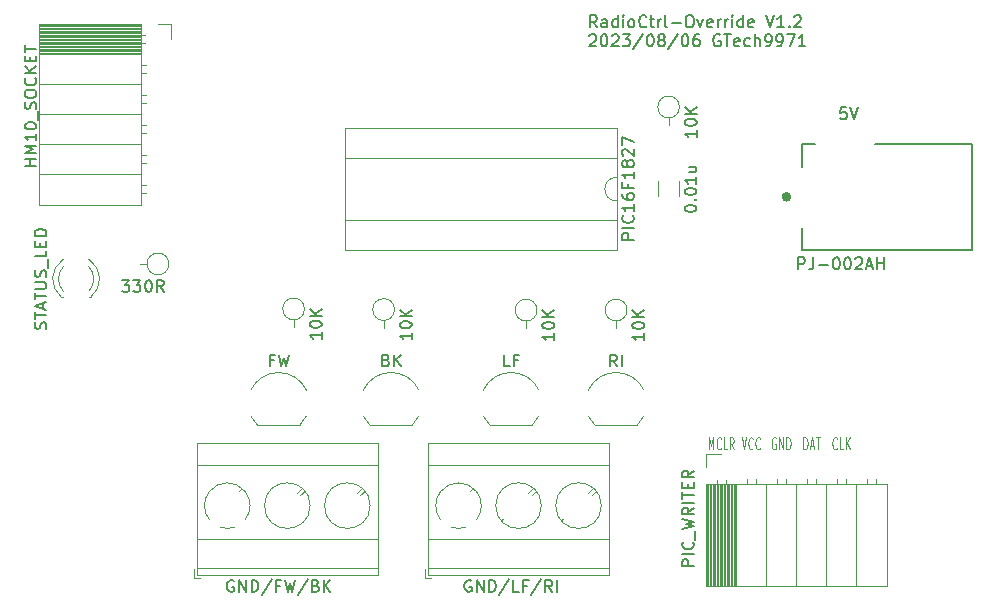
<source format=gto>
G04 #@! TF.GenerationSoftware,KiCad,Pcbnew,(6.0.11-0)*
G04 #@! TF.CreationDate,2023-08-06T14:05:06+09:00*
G04 #@! TF.ProjectId,RadioCtrl-Override,52616469-6f43-4747-926c-2d4f76657272,rev?*
G04 #@! TF.SameCoordinates,PX7bfa480PY7bfa480*
G04 #@! TF.FileFunction,Legend,Top*
G04 #@! TF.FilePolarity,Positive*
%FSLAX46Y46*%
G04 Gerber Fmt 4.6, Leading zero omitted, Abs format (unit mm)*
G04 Created by KiCad (PCBNEW (6.0.11-0)) date 2023-08-06 14:05:06*
%MOMM*%
%LPD*%
G01*
G04 APERTURE LIST*
%ADD10C,0.150000*%
%ADD11C,0.125000*%
%ADD12C,0.120000*%
%ADD13C,0.127000*%
%ADD14C,0.400000*%
G04 APERTURE END LIST*
D10*
X70294514Y41822645D02*
X69818302Y41822645D01*
X69770680Y41346432D01*
X69818302Y41394054D01*
X69913544Y41441675D01*
X70151651Y41441675D01*
X70246893Y41394054D01*
X70294514Y41346432D01*
X70342136Y41251190D01*
X70342136Y41013083D01*
X70294514Y40917841D01*
X70246893Y40870220D01*
X70151651Y40822598D01*
X69913544Y40822598D01*
X69818302Y40870220D01*
X69770680Y40917841D01*
X70627863Y41822645D02*
X70961212Y40822598D01*
X71294561Y41822645D01*
D11*
X69492857Y12977858D02*
X69464285Y12930239D01*
X69378571Y12882620D01*
X69321428Y12882620D01*
X69235714Y12930239D01*
X69178571Y13025477D01*
X69150000Y13120715D01*
X69121428Y13311191D01*
X69121428Y13454048D01*
X69150000Y13644524D01*
X69178571Y13739762D01*
X69235714Y13835000D01*
X69321428Y13882620D01*
X69378571Y13882620D01*
X69464285Y13835000D01*
X69492857Y13787381D01*
X70035714Y12882620D02*
X69750000Y12882620D01*
X69750000Y13882620D01*
X70235714Y12882620D02*
X70235714Y13882620D01*
X70578571Y12882620D02*
X70321428Y13454048D01*
X70578571Y13882620D02*
X70235714Y13311191D01*
X66667142Y12882620D02*
X66667142Y13882620D01*
X66810000Y13882620D01*
X66895714Y13835000D01*
X66952857Y13739762D01*
X66981428Y13644524D01*
X67010000Y13454048D01*
X67010000Y13311191D01*
X66981428Y13120715D01*
X66952857Y13025477D01*
X66895714Y12930239D01*
X66810000Y12882620D01*
X66667142Y12882620D01*
X67238571Y13168334D02*
X67524285Y13168334D01*
X67181428Y12882620D02*
X67381428Y13882620D01*
X67581428Y12882620D01*
X67695714Y13882620D02*
X68038571Y13882620D01*
X67867142Y12882620D02*
X67867142Y13882620D01*
X64312857Y13835000D02*
X64255714Y13882620D01*
X64170000Y13882620D01*
X64084285Y13835000D01*
X64027142Y13739762D01*
X63998571Y13644524D01*
X63970000Y13454048D01*
X63970000Y13311191D01*
X63998571Y13120715D01*
X64027142Y13025477D01*
X64084285Y12930239D01*
X64170000Y12882620D01*
X64227142Y12882620D01*
X64312857Y12930239D01*
X64341428Y12977858D01*
X64341428Y13311191D01*
X64227142Y13311191D01*
X64598571Y12882620D02*
X64598571Y13882620D01*
X64941428Y12882620D01*
X64941428Y13882620D01*
X65227142Y12882620D02*
X65227142Y13882620D01*
X65370000Y13882620D01*
X65455714Y13835000D01*
X65512857Y13739762D01*
X65541428Y13644524D01*
X65570000Y13454048D01*
X65570000Y13311191D01*
X65541428Y13120715D01*
X65512857Y13025477D01*
X65455714Y12930239D01*
X65370000Y12882620D01*
X65227142Y12882620D01*
X58647142Y12882620D02*
X58647142Y13882620D01*
X58847142Y13168334D01*
X59047142Y13882620D01*
X59047142Y12882620D01*
X59675714Y12977858D02*
X59647142Y12930239D01*
X59561428Y12882620D01*
X59504285Y12882620D01*
X59418571Y12930239D01*
X59361428Y13025477D01*
X59332857Y13120715D01*
X59304285Y13311191D01*
X59304285Y13454048D01*
X59332857Y13644524D01*
X59361428Y13739762D01*
X59418571Y13835000D01*
X59504285Y13882620D01*
X59561428Y13882620D01*
X59647142Y13835000D01*
X59675714Y13787381D01*
X60218571Y12882620D02*
X59932857Y12882620D01*
X59932857Y13882620D01*
X60761428Y12882620D02*
X60561428Y13358810D01*
X60418571Y12882620D02*
X60418571Y13882620D01*
X60647142Y13882620D01*
X60704285Y13835000D01*
X60732857Y13787381D01*
X60761428Y13692143D01*
X60761428Y13549286D01*
X60732857Y13454048D01*
X60704285Y13406429D01*
X60647142Y13358810D01*
X60418571Y13358810D01*
X61430000Y13882620D02*
X61630000Y12882620D01*
X61830000Y13882620D01*
X62372857Y12977858D02*
X62344285Y12930239D01*
X62258571Y12882620D01*
X62201428Y12882620D01*
X62115714Y12930239D01*
X62058571Y13025477D01*
X62030000Y13120715D01*
X62001428Y13311191D01*
X62001428Y13454048D01*
X62030000Y13644524D01*
X62058571Y13739762D01*
X62115714Y13835000D01*
X62201428Y13882620D01*
X62258571Y13882620D01*
X62344285Y13835000D01*
X62372857Y13787381D01*
X62972857Y12977858D02*
X62944285Y12930239D01*
X62858571Y12882620D01*
X62801428Y12882620D01*
X62715714Y12930239D01*
X62658571Y13025477D01*
X62630000Y13120715D01*
X62601428Y13311191D01*
X62601428Y13454048D01*
X62630000Y13644524D01*
X62658571Y13739762D01*
X62715714Y13835000D01*
X62801428Y13882620D01*
X62858571Y13882620D01*
X62944285Y13835000D01*
X62972857Y13787381D01*
D10*
X49167023Y48612620D02*
X48833690Y49088810D01*
X48595595Y48612620D02*
X48595595Y49612620D01*
X48976547Y49612620D01*
X49071785Y49565000D01*
X49119404Y49517381D01*
X49167023Y49422143D01*
X49167023Y49279286D01*
X49119404Y49184048D01*
X49071785Y49136429D01*
X48976547Y49088810D01*
X48595595Y49088810D01*
X50024166Y48612620D02*
X50024166Y49136429D01*
X49976547Y49231667D01*
X49881309Y49279286D01*
X49690833Y49279286D01*
X49595595Y49231667D01*
X50024166Y48660239D02*
X49928928Y48612620D01*
X49690833Y48612620D01*
X49595595Y48660239D01*
X49547976Y48755477D01*
X49547976Y48850715D01*
X49595595Y48945953D01*
X49690833Y48993572D01*
X49928928Y48993572D01*
X50024166Y49041191D01*
X50928928Y48612620D02*
X50928928Y49612620D01*
X50928928Y48660239D02*
X50833690Y48612620D01*
X50643214Y48612620D01*
X50547976Y48660239D01*
X50500357Y48707858D01*
X50452738Y48803096D01*
X50452738Y49088810D01*
X50500357Y49184048D01*
X50547976Y49231667D01*
X50643214Y49279286D01*
X50833690Y49279286D01*
X50928928Y49231667D01*
X51405119Y48612620D02*
X51405119Y49279286D01*
X51405119Y49612620D02*
X51357500Y49565000D01*
X51405119Y49517381D01*
X51452738Y49565000D01*
X51405119Y49612620D01*
X51405119Y49517381D01*
X52024166Y48612620D02*
X51928928Y48660239D01*
X51881309Y48707858D01*
X51833690Y48803096D01*
X51833690Y49088810D01*
X51881309Y49184048D01*
X51928928Y49231667D01*
X52024166Y49279286D01*
X52167023Y49279286D01*
X52262261Y49231667D01*
X52309880Y49184048D01*
X52357500Y49088810D01*
X52357500Y48803096D01*
X52309880Y48707858D01*
X52262261Y48660239D01*
X52167023Y48612620D01*
X52024166Y48612620D01*
X53357500Y48707858D02*
X53309880Y48660239D01*
X53167023Y48612620D01*
X53071785Y48612620D01*
X52928928Y48660239D01*
X52833690Y48755477D01*
X52786071Y48850715D01*
X52738452Y49041191D01*
X52738452Y49184048D01*
X52786071Y49374524D01*
X52833690Y49469762D01*
X52928928Y49565000D01*
X53071785Y49612620D01*
X53167023Y49612620D01*
X53309880Y49565000D01*
X53357500Y49517381D01*
X53643214Y49279286D02*
X54024166Y49279286D01*
X53786071Y49612620D02*
X53786071Y48755477D01*
X53833690Y48660239D01*
X53928928Y48612620D01*
X54024166Y48612620D01*
X54357500Y48612620D02*
X54357500Y49279286D01*
X54357500Y49088810D02*
X54405119Y49184048D01*
X54452738Y49231667D01*
X54547976Y49279286D01*
X54643214Y49279286D01*
X55119404Y48612620D02*
X55024166Y48660239D01*
X54976547Y48755477D01*
X54976547Y49612620D01*
X55500357Y48993572D02*
X56262261Y48993572D01*
X56928928Y49612620D02*
X57119404Y49612620D01*
X57214642Y49565000D01*
X57309880Y49469762D01*
X57357500Y49279286D01*
X57357500Y48945953D01*
X57309880Y48755477D01*
X57214642Y48660239D01*
X57119404Y48612620D01*
X56928928Y48612620D01*
X56833690Y48660239D01*
X56738452Y48755477D01*
X56690833Y48945953D01*
X56690833Y49279286D01*
X56738452Y49469762D01*
X56833690Y49565000D01*
X56928928Y49612620D01*
X57690833Y49279286D02*
X57928928Y48612620D01*
X58167023Y49279286D01*
X58928928Y48660239D02*
X58833690Y48612620D01*
X58643214Y48612620D01*
X58547976Y48660239D01*
X58500357Y48755477D01*
X58500357Y49136429D01*
X58547976Y49231667D01*
X58643214Y49279286D01*
X58833690Y49279286D01*
X58928928Y49231667D01*
X58976547Y49136429D01*
X58976547Y49041191D01*
X58500357Y48945953D01*
X59405119Y48612620D02*
X59405119Y49279286D01*
X59405119Y49088810D02*
X59452738Y49184048D01*
X59500357Y49231667D01*
X59595595Y49279286D01*
X59690833Y49279286D01*
X60024166Y48612620D02*
X60024166Y49279286D01*
X60024166Y49088810D02*
X60071785Y49184048D01*
X60119404Y49231667D01*
X60214642Y49279286D01*
X60309880Y49279286D01*
X60643214Y48612620D02*
X60643214Y49279286D01*
X60643214Y49612620D02*
X60595595Y49565000D01*
X60643214Y49517381D01*
X60690833Y49565000D01*
X60643214Y49612620D01*
X60643214Y49517381D01*
X61547976Y48612620D02*
X61547976Y49612620D01*
X61547976Y48660239D02*
X61452738Y48612620D01*
X61262261Y48612620D01*
X61167023Y48660239D01*
X61119404Y48707858D01*
X61071785Y48803096D01*
X61071785Y49088810D01*
X61119404Y49184048D01*
X61167023Y49231667D01*
X61262261Y49279286D01*
X61452738Y49279286D01*
X61547976Y49231667D01*
X62405119Y48660239D02*
X62309880Y48612620D01*
X62119404Y48612620D01*
X62024166Y48660239D01*
X61976547Y48755477D01*
X61976547Y49136429D01*
X62024166Y49231667D01*
X62119404Y49279286D01*
X62309880Y49279286D01*
X62405119Y49231667D01*
X62452738Y49136429D01*
X62452738Y49041191D01*
X61976547Y48945953D01*
X63500357Y49612620D02*
X63833690Y48612620D01*
X64167023Y49612620D01*
X65024166Y48612620D02*
X64452738Y48612620D01*
X64738452Y48612620D02*
X64738452Y49612620D01*
X64643214Y49469762D01*
X64547976Y49374524D01*
X64452738Y49326905D01*
X65452738Y48707858D02*
X65500357Y48660239D01*
X65452738Y48612620D01*
X65405119Y48660239D01*
X65452738Y48707858D01*
X65452738Y48612620D01*
X65881309Y49517381D02*
X65928928Y49565000D01*
X66024166Y49612620D01*
X66262261Y49612620D01*
X66357500Y49565000D01*
X66405119Y49517381D01*
X66452738Y49422143D01*
X66452738Y49326905D01*
X66405119Y49184048D01*
X65833690Y48612620D01*
X66452738Y48612620D01*
X48547976Y47907381D02*
X48595595Y47955000D01*
X48690833Y48002620D01*
X48928928Y48002620D01*
X49024166Y47955000D01*
X49071785Y47907381D01*
X49119404Y47812143D01*
X49119404Y47716905D01*
X49071785Y47574048D01*
X48500357Y47002620D01*
X49119404Y47002620D01*
X49738452Y48002620D02*
X49833690Y48002620D01*
X49928928Y47955000D01*
X49976547Y47907381D01*
X50024166Y47812143D01*
X50071785Y47621667D01*
X50071785Y47383572D01*
X50024166Y47193096D01*
X49976547Y47097858D01*
X49928928Y47050239D01*
X49833690Y47002620D01*
X49738452Y47002620D01*
X49643214Y47050239D01*
X49595595Y47097858D01*
X49547976Y47193096D01*
X49500357Y47383572D01*
X49500357Y47621667D01*
X49547976Y47812143D01*
X49595595Y47907381D01*
X49643214Y47955000D01*
X49738452Y48002620D01*
X50452738Y47907381D02*
X50500357Y47955000D01*
X50595595Y48002620D01*
X50833690Y48002620D01*
X50928928Y47955000D01*
X50976547Y47907381D01*
X51024166Y47812143D01*
X51024166Y47716905D01*
X50976547Y47574048D01*
X50405119Y47002620D01*
X51024166Y47002620D01*
X51357500Y48002620D02*
X51976547Y48002620D01*
X51643214Y47621667D01*
X51786071Y47621667D01*
X51881309Y47574048D01*
X51928928Y47526429D01*
X51976547Y47431191D01*
X51976547Y47193096D01*
X51928928Y47097858D01*
X51881309Y47050239D01*
X51786071Y47002620D01*
X51500357Y47002620D01*
X51405119Y47050239D01*
X51357500Y47097858D01*
X53119404Y48050239D02*
X52262261Y46764524D01*
X53643214Y48002620D02*
X53738452Y48002620D01*
X53833690Y47955000D01*
X53881309Y47907381D01*
X53928928Y47812143D01*
X53976547Y47621667D01*
X53976547Y47383572D01*
X53928928Y47193096D01*
X53881309Y47097858D01*
X53833690Y47050239D01*
X53738452Y47002620D01*
X53643214Y47002620D01*
X53547976Y47050239D01*
X53500357Y47097858D01*
X53452738Y47193096D01*
X53405119Y47383572D01*
X53405119Y47621667D01*
X53452738Y47812143D01*
X53500357Y47907381D01*
X53547976Y47955000D01*
X53643214Y48002620D01*
X54547976Y47574048D02*
X54452738Y47621667D01*
X54405119Y47669286D01*
X54357500Y47764524D01*
X54357500Y47812143D01*
X54405119Y47907381D01*
X54452738Y47955000D01*
X54547976Y48002620D01*
X54738452Y48002620D01*
X54833690Y47955000D01*
X54881309Y47907381D01*
X54928928Y47812143D01*
X54928928Y47764524D01*
X54881309Y47669286D01*
X54833690Y47621667D01*
X54738452Y47574048D01*
X54547976Y47574048D01*
X54452738Y47526429D01*
X54405119Y47478810D01*
X54357500Y47383572D01*
X54357500Y47193096D01*
X54405119Y47097858D01*
X54452738Y47050239D01*
X54547976Y47002620D01*
X54738452Y47002620D01*
X54833690Y47050239D01*
X54881309Y47097858D01*
X54928928Y47193096D01*
X54928928Y47383572D01*
X54881309Y47478810D01*
X54833690Y47526429D01*
X54738452Y47574048D01*
X56071785Y48050239D02*
X55214642Y46764524D01*
X56595595Y48002620D02*
X56690833Y48002620D01*
X56786071Y47955000D01*
X56833690Y47907381D01*
X56881309Y47812143D01*
X56928928Y47621667D01*
X56928928Y47383572D01*
X56881309Y47193096D01*
X56833690Y47097858D01*
X56786071Y47050239D01*
X56690833Y47002620D01*
X56595595Y47002620D01*
X56500357Y47050239D01*
X56452738Y47097858D01*
X56405119Y47193096D01*
X56357500Y47383572D01*
X56357500Y47621667D01*
X56405119Y47812143D01*
X56452738Y47907381D01*
X56500357Y47955000D01*
X56595595Y48002620D01*
X57786071Y48002620D02*
X57595595Y48002620D01*
X57500357Y47955000D01*
X57452738Y47907381D01*
X57357500Y47764524D01*
X57309880Y47574048D01*
X57309880Y47193096D01*
X57357500Y47097858D01*
X57405119Y47050239D01*
X57500357Y47002620D01*
X57690833Y47002620D01*
X57786071Y47050239D01*
X57833690Y47097858D01*
X57881309Y47193096D01*
X57881309Y47431191D01*
X57833690Y47526429D01*
X57786071Y47574048D01*
X57690833Y47621667D01*
X57500357Y47621667D01*
X57405119Y47574048D01*
X57357500Y47526429D01*
X57309880Y47431191D01*
X59595595Y47955000D02*
X59500357Y48002620D01*
X59357500Y48002620D01*
X59214642Y47955000D01*
X59119404Y47859762D01*
X59071785Y47764524D01*
X59024166Y47574048D01*
X59024166Y47431191D01*
X59071785Y47240715D01*
X59119404Y47145477D01*
X59214642Y47050239D01*
X59357500Y47002620D01*
X59452738Y47002620D01*
X59595595Y47050239D01*
X59643214Y47097858D01*
X59643214Y47431191D01*
X59452738Y47431191D01*
X59928928Y48002620D02*
X60500357Y48002620D01*
X60214642Y47002620D02*
X60214642Y48002620D01*
X61214642Y47050239D02*
X61119404Y47002620D01*
X60928928Y47002620D01*
X60833690Y47050239D01*
X60786071Y47145477D01*
X60786071Y47526429D01*
X60833690Y47621667D01*
X60928928Y47669286D01*
X61119404Y47669286D01*
X61214642Y47621667D01*
X61262261Y47526429D01*
X61262261Y47431191D01*
X60786071Y47335953D01*
X62119404Y47050239D02*
X62024166Y47002620D01*
X61833690Y47002620D01*
X61738452Y47050239D01*
X61690833Y47097858D01*
X61643214Y47193096D01*
X61643214Y47478810D01*
X61690833Y47574048D01*
X61738452Y47621667D01*
X61833690Y47669286D01*
X62024166Y47669286D01*
X62119404Y47621667D01*
X62547976Y47002620D02*
X62547976Y48002620D01*
X62976547Y47002620D02*
X62976547Y47526429D01*
X62928928Y47621667D01*
X62833690Y47669286D01*
X62690833Y47669286D01*
X62595595Y47621667D01*
X62547976Y47574048D01*
X63500357Y47002620D02*
X63690833Y47002620D01*
X63786071Y47050239D01*
X63833690Y47097858D01*
X63928928Y47240715D01*
X63976547Y47431191D01*
X63976547Y47812143D01*
X63928928Y47907381D01*
X63881309Y47955000D01*
X63786071Y48002620D01*
X63595595Y48002620D01*
X63500357Y47955000D01*
X63452738Y47907381D01*
X63405119Y47812143D01*
X63405119Y47574048D01*
X63452738Y47478810D01*
X63500357Y47431191D01*
X63595595Y47383572D01*
X63786071Y47383572D01*
X63881309Y47431191D01*
X63928928Y47478810D01*
X63976547Y47574048D01*
X64452738Y47002620D02*
X64643214Y47002620D01*
X64738452Y47050239D01*
X64786071Y47097858D01*
X64881309Y47240715D01*
X64928928Y47431191D01*
X64928928Y47812143D01*
X64881309Y47907381D01*
X64833690Y47955000D01*
X64738452Y48002620D01*
X64547976Y48002620D01*
X64452738Y47955000D01*
X64405119Y47907381D01*
X64357500Y47812143D01*
X64357500Y47574048D01*
X64405119Y47478810D01*
X64452738Y47431191D01*
X64547976Y47383572D01*
X64738452Y47383572D01*
X64833690Y47431191D01*
X64881309Y47478810D01*
X64928928Y47574048D01*
X65262261Y48002620D02*
X65928928Y48002620D01*
X65500357Y47002620D01*
X66833690Y47002620D02*
X66262261Y47002620D01*
X66547976Y47002620D02*
X66547976Y48002620D01*
X66452738Y47859762D01*
X66357500Y47764524D01*
X66262261Y47716905D01*
X57617380Y39899524D02*
X57617380Y39328096D01*
X57617380Y39613810D02*
X56617380Y39613810D01*
X56760238Y39518572D01*
X56855476Y39423334D01*
X56903095Y39328096D01*
X56617380Y40518572D02*
X56617380Y40613810D01*
X56665000Y40709048D01*
X56712619Y40756667D01*
X56807857Y40804286D01*
X56998333Y40851905D01*
X57236428Y40851905D01*
X57426904Y40804286D01*
X57522142Y40756667D01*
X57569761Y40709048D01*
X57617380Y40613810D01*
X57617380Y40518572D01*
X57569761Y40423334D01*
X57522142Y40375715D01*
X57426904Y40328096D01*
X57236428Y40280477D01*
X56998333Y40280477D01*
X56807857Y40328096D01*
X56712619Y40375715D01*
X56665000Y40423334D01*
X56617380Y40518572D01*
X57617380Y41280477D02*
X56617380Y41280477D01*
X57617380Y41851905D02*
X57045952Y41423334D01*
X56617380Y41851905D02*
X57188809Y41280477D01*
X18415476Y1770000D02*
X18320238Y1817620D01*
X18177380Y1817620D01*
X18034523Y1770000D01*
X17939285Y1674762D01*
X17891666Y1579524D01*
X17844047Y1389048D01*
X17844047Y1246191D01*
X17891666Y1055715D01*
X17939285Y960477D01*
X18034523Y865239D01*
X18177380Y817620D01*
X18272619Y817620D01*
X18415476Y865239D01*
X18463095Y912858D01*
X18463095Y1246191D01*
X18272619Y1246191D01*
X18891666Y817620D02*
X18891666Y1817620D01*
X19463095Y817620D01*
X19463095Y1817620D01*
X19939285Y817620D02*
X19939285Y1817620D01*
X20177380Y1817620D01*
X20320238Y1770000D01*
X20415476Y1674762D01*
X20463095Y1579524D01*
X20510714Y1389048D01*
X20510714Y1246191D01*
X20463095Y1055715D01*
X20415476Y960477D01*
X20320238Y865239D01*
X20177380Y817620D01*
X19939285Y817620D01*
X21653571Y1865239D02*
X20796428Y579524D01*
X22320238Y1341429D02*
X21986904Y1341429D01*
X21986904Y817620D02*
X21986904Y1817620D01*
X22463095Y1817620D01*
X22748809Y1817620D02*
X22986904Y817620D01*
X23177380Y1531905D01*
X23367857Y817620D01*
X23605952Y1817620D01*
X24701190Y1865239D02*
X23844047Y579524D01*
X25367857Y1341429D02*
X25510714Y1293810D01*
X25558333Y1246191D01*
X25605952Y1150953D01*
X25605952Y1008096D01*
X25558333Y912858D01*
X25510714Y865239D01*
X25415476Y817620D01*
X25034523Y817620D01*
X25034523Y1817620D01*
X25367857Y1817620D01*
X25463095Y1770000D01*
X25510714Y1722381D01*
X25558333Y1627143D01*
X25558333Y1531905D01*
X25510714Y1436667D01*
X25463095Y1389048D01*
X25367857Y1341429D01*
X25034523Y1341429D01*
X26034523Y817620D02*
X26034523Y1817620D01*
X26605952Y817620D02*
X26177380Y1389048D01*
X26605952Y1817620D02*
X26034523Y1246191D01*
X8959285Y27202620D02*
X9578333Y27202620D01*
X9245000Y26821667D01*
X9387857Y26821667D01*
X9483095Y26774048D01*
X9530714Y26726429D01*
X9578333Y26631191D01*
X9578333Y26393096D01*
X9530714Y26297858D01*
X9483095Y26250239D01*
X9387857Y26202620D01*
X9102142Y26202620D01*
X9006904Y26250239D01*
X8959285Y26297858D01*
X9911666Y27202620D02*
X10530714Y27202620D01*
X10197380Y26821667D01*
X10340238Y26821667D01*
X10435476Y26774048D01*
X10483095Y26726429D01*
X10530714Y26631191D01*
X10530714Y26393096D01*
X10483095Y26297858D01*
X10435476Y26250239D01*
X10340238Y26202620D01*
X10054523Y26202620D01*
X9959285Y26250239D01*
X9911666Y26297858D01*
X11149761Y27202620D02*
X11245000Y27202620D01*
X11340238Y27155000D01*
X11387857Y27107381D01*
X11435476Y27012143D01*
X11483095Y26821667D01*
X11483095Y26583572D01*
X11435476Y26393096D01*
X11387857Y26297858D01*
X11340238Y26250239D01*
X11245000Y26202620D01*
X11149761Y26202620D01*
X11054523Y26250239D01*
X11006904Y26297858D01*
X10959285Y26393096D01*
X10911666Y26583572D01*
X10911666Y26821667D01*
X10959285Y27012143D01*
X11006904Y27107381D01*
X11054523Y27155000D01*
X11149761Y27202620D01*
X12483095Y26202620D02*
X12149761Y26678810D01*
X11911666Y26202620D02*
X11911666Y27202620D01*
X12292619Y27202620D01*
X12387857Y27155000D01*
X12435476Y27107381D01*
X12483095Y27012143D01*
X12483095Y26869286D01*
X12435476Y26774048D01*
X12387857Y26726429D01*
X12292619Y26678810D01*
X11911666Y26678810D01*
X45552380Y22699524D02*
X45552380Y22128096D01*
X45552380Y22413810D02*
X44552380Y22413810D01*
X44695238Y22318572D01*
X44790476Y22223334D01*
X44838095Y22128096D01*
X44552380Y23318572D02*
X44552380Y23413810D01*
X44600000Y23509048D01*
X44647619Y23556667D01*
X44742857Y23604286D01*
X44933333Y23651905D01*
X45171428Y23651905D01*
X45361904Y23604286D01*
X45457142Y23556667D01*
X45504761Y23509048D01*
X45552380Y23413810D01*
X45552380Y23318572D01*
X45504761Y23223334D01*
X45457142Y23175715D01*
X45361904Y23128096D01*
X45171428Y23080477D01*
X44933333Y23080477D01*
X44742857Y23128096D01*
X44647619Y23175715D01*
X44600000Y23223334D01*
X44552380Y23318572D01*
X45552380Y24080477D02*
X44552380Y24080477D01*
X45552380Y24651905D02*
X44980952Y24223334D01*
X44552380Y24651905D02*
X45123809Y24080477D01*
X1722380Y36886191D02*
X722380Y36886191D01*
X1198571Y36886191D02*
X1198571Y37457620D01*
X1722380Y37457620D02*
X722380Y37457620D01*
X1722380Y37933810D02*
X722380Y37933810D01*
X1436666Y38267143D01*
X722380Y38600477D01*
X1722380Y38600477D01*
X1722380Y39600477D02*
X1722380Y39029048D01*
X1722380Y39314762D02*
X722380Y39314762D01*
X865238Y39219524D01*
X960476Y39124286D01*
X1008095Y39029048D01*
X722380Y40219524D02*
X722380Y40314762D01*
X770000Y40410000D01*
X817619Y40457620D01*
X912857Y40505239D01*
X1103333Y40552858D01*
X1341428Y40552858D01*
X1531904Y40505239D01*
X1627142Y40457620D01*
X1674761Y40410000D01*
X1722380Y40314762D01*
X1722380Y40219524D01*
X1674761Y40124286D01*
X1627142Y40076667D01*
X1531904Y40029048D01*
X1341428Y39981429D01*
X1103333Y39981429D01*
X912857Y40029048D01*
X817619Y40076667D01*
X770000Y40124286D01*
X722380Y40219524D01*
X1817619Y40743334D02*
X1817619Y41505239D01*
X1674761Y41695715D02*
X1722380Y41838572D01*
X1722380Y42076667D01*
X1674761Y42171905D01*
X1627142Y42219524D01*
X1531904Y42267143D01*
X1436666Y42267143D01*
X1341428Y42219524D01*
X1293809Y42171905D01*
X1246190Y42076667D01*
X1198571Y41886191D01*
X1150952Y41790953D01*
X1103333Y41743334D01*
X1008095Y41695715D01*
X912857Y41695715D01*
X817619Y41743334D01*
X770000Y41790953D01*
X722380Y41886191D01*
X722380Y42124286D01*
X770000Y42267143D01*
X722380Y42886191D02*
X722380Y43076667D01*
X770000Y43171905D01*
X865238Y43267143D01*
X1055714Y43314762D01*
X1389047Y43314762D01*
X1579523Y43267143D01*
X1674761Y43171905D01*
X1722380Y43076667D01*
X1722380Y42886191D01*
X1674761Y42790953D01*
X1579523Y42695715D01*
X1389047Y42648096D01*
X1055714Y42648096D01*
X865238Y42695715D01*
X770000Y42790953D01*
X722380Y42886191D01*
X1627142Y44314762D02*
X1674761Y44267143D01*
X1722380Y44124286D01*
X1722380Y44029048D01*
X1674761Y43886191D01*
X1579523Y43790953D01*
X1484285Y43743334D01*
X1293809Y43695715D01*
X1150952Y43695715D01*
X960476Y43743334D01*
X865238Y43790953D01*
X770000Y43886191D01*
X722380Y44029048D01*
X722380Y44124286D01*
X770000Y44267143D01*
X817619Y44314762D01*
X1722380Y44743334D02*
X722380Y44743334D01*
X1722380Y45314762D02*
X1150952Y44886191D01*
X722380Y45314762D02*
X1293809Y44743334D01*
X1198571Y45743334D02*
X1198571Y46076667D01*
X1722380Y46219524D02*
X1722380Y45743334D01*
X722380Y45743334D01*
X722380Y46219524D01*
X722380Y46505239D02*
X722380Y47076667D01*
X1722380Y46790953D02*
X722380Y46790953D01*
X33487380Y22754524D02*
X33487380Y22183096D01*
X33487380Y22468810D02*
X32487380Y22468810D01*
X32630238Y22373572D01*
X32725476Y22278334D01*
X32773095Y22183096D01*
X32487380Y23373572D02*
X32487380Y23468810D01*
X32535000Y23564048D01*
X32582619Y23611667D01*
X32677857Y23659286D01*
X32868333Y23706905D01*
X33106428Y23706905D01*
X33296904Y23659286D01*
X33392142Y23611667D01*
X33439761Y23564048D01*
X33487380Y23468810D01*
X33487380Y23373572D01*
X33439761Y23278334D01*
X33392142Y23230715D01*
X33296904Y23183096D01*
X33106428Y23135477D01*
X32868333Y23135477D01*
X32677857Y23183096D01*
X32582619Y23230715D01*
X32535000Y23278334D01*
X32487380Y23373572D01*
X33487380Y24135477D02*
X32487380Y24135477D01*
X33487380Y24706905D02*
X32915952Y24278334D01*
X32487380Y24706905D02*
X33058809Y24135477D01*
X25867380Y22804524D02*
X25867380Y22233096D01*
X25867380Y22518810D02*
X24867380Y22518810D01*
X25010238Y22423572D01*
X25105476Y22328334D01*
X25153095Y22233096D01*
X24867380Y23423572D02*
X24867380Y23518810D01*
X24915000Y23614048D01*
X24962619Y23661667D01*
X25057857Y23709286D01*
X25248333Y23756905D01*
X25486428Y23756905D01*
X25676904Y23709286D01*
X25772142Y23661667D01*
X25819761Y23614048D01*
X25867380Y23518810D01*
X25867380Y23423572D01*
X25819761Y23328334D01*
X25772142Y23280715D01*
X25676904Y23233096D01*
X25486428Y23185477D01*
X25248333Y23185477D01*
X25057857Y23233096D01*
X24962619Y23280715D01*
X24915000Y23328334D01*
X24867380Y23423572D01*
X25867380Y24185477D02*
X24867380Y24185477D01*
X25867380Y24756905D02*
X25295952Y24328334D01*
X24867380Y24756905D02*
X25438809Y24185477D01*
X52302380Y30629286D02*
X51302380Y30629286D01*
X51302380Y31010239D01*
X51350000Y31105477D01*
X51397619Y31153096D01*
X51492857Y31200715D01*
X51635714Y31200715D01*
X51730952Y31153096D01*
X51778571Y31105477D01*
X51826190Y31010239D01*
X51826190Y30629286D01*
X52302380Y31629286D02*
X51302380Y31629286D01*
X52207142Y32676905D02*
X52254761Y32629286D01*
X52302380Y32486429D01*
X52302380Y32391191D01*
X52254761Y32248334D01*
X52159523Y32153096D01*
X52064285Y32105477D01*
X51873809Y32057858D01*
X51730952Y32057858D01*
X51540476Y32105477D01*
X51445238Y32153096D01*
X51350000Y32248334D01*
X51302380Y32391191D01*
X51302380Y32486429D01*
X51350000Y32629286D01*
X51397619Y32676905D01*
X52302380Y33629286D02*
X52302380Y33057858D01*
X52302380Y33343572D02*
X51302380Y33343572D01*
X51445238Y33248334D01*
X51540476Y33153096D01*
X51588095Y33057858D01*
X51302380Y34486429D02*
X51302380Y34295953D01*
X51350000Y34200715D01*
X51397619Y34153096D01*
X51540476Y34057858D01*
X51730952Y34010239D01*
X52111904Y34010239D01*
X52207142Y34057858D01*
X52254761Y34105477D01*
X52302380Y34200715D01*
X52302380Y34391191D01*
X52254761Y34486429D01*
X52207142Y34534048D01*
X52111904Y34581667D01*
X51873809Y34581667D01*
X51778571Y34534048D01*
X51730952Y34486429D01*
X51683333Y34391191D01*
X51683333Y34200715D01*
X51730952Y34105477D01*
X51778571Y34057858D01*
X51873809Y34010239D01*
X51778571Y35343572D02*
X51778571Y35010239D01*
X52302380Y35010239D02*
X51302380Y35010239D01*
X51302380Y35486429D01*
X52302380Y36391191D02*
X52302380Y35819762D01*
X52302380Y36105477D02*
X51302380Y36105477D01*
X51445238Y36010239D01*
X51540476Y35915000D01*
X51588095Y35819762D01*
X51730952Y36962620D02*
X51683333Y36867381D01*
X51635714Y36819762D01*
X51540476Y36772143D01*
X51492857Y36772143D01*
X51397619Y36819762D01*
X51350000Y36867381D01*
X51302380Y36962620D01*
X51302380Y37153096D01*
X51350000Y37248334D01*
X51397619Y37295953D01*
X51492857Y37343572D01*
X51540476Y37343572D01*
X51635714Y37295953D01*
X51683333Y37248334D01*
X51730952Y37153096D01*
X51730952Y36962620D01*
X51778571Y36867381D01*
X51826190Y36819762D01*
X51921428Y36772143D01*
X52111904Y36772143D01*
X52207142Y36819762D01*
X52254761Y36867381D01*
X52302380Y36962620D01*
X52302380Y37153096D01*
X52254761Y37248334D01*
X52207142Y37295953D01*
X52111904Y37343572D01*
X51921428Y37343572D01*
X51826190Y37295953D01*
X51778571Y37248334D01*
X51730952Y37153096D01*
X51397619Y37724524D02*
X51350000Y37772143D01*
X51302380Y37867381D01*
X51302380Y38105477D01*
X51350000Y38200715D01*
X51397619Y38248334D01*
X51492857Y38295953D01*
X51588095Y38295953D01*
X51730952Y38248334D01*
X52302380Y37676905D01*
X52302380Y38295953D01*
X51302380Y38629286D02*
X51302380Y39295953D01*
X52302380Y38867381D01*
X57397380Y2981191D02*
X56397380Y2981191D01*
X56397380Y3362143D01*
X56445000Y3457381D01*
X56492619Y3505000D01*
X56587857Y3552620D01*
X56730714Y3552620D01*
X56825952Y3505000D01*
X56873571Y3457381D01*
X56921190Y3362143D01*
X56921190Y2981191D01*
X57397380Y3981191D02*
X56397380Y3981191D01*
X57302142Y5028810D02*
X57349761Y4981191D01*
X57397380Y4838334D01*
X57397380Y4743096D01*
X57349761Y4600239D01*
X57254523Y4505000D01*
X57159285Y4457381D01*
X56968809Y4409762D01*
X56825952Y4409762D01*
X56635476Y4457381D01*
X56540238Y4505000D01*
X56445000Y4600239D01*
X56397380Y4743096D01*
X56397380Y4838334D01*
X56445000Y4981191D01*
X56492619Y5028810D01*
X57492619Y5219286D02*
X57492619Y5981191D01*
X56397380Y6124048D02*
X57397380Y6362143D01*
X56683095Y6552620D01*
X57397380Y6743096D01*
X56397380Y6981191D01*
X57397380Y7933572D02*
X56921190Y7600239D01*
X57397380Y7362143D02*
X56397380Y7362143D01*
X56397380Y7743096D01*
X56445000Y7838334D01*
X56492619Y7885953D01*
X56587857Y7933572D01*
X56730714Y7933572D01*
X56825952Y7885953D01*
X56873571Y7838334D01*
X56921190Y7743096D01*
X56921190Y7362143D01*
X57397380Y8362143D02*
X56397380Y8362143D01*
X56397380Y8695477D02*
X56397380Y9266905D01*
X57397380Y8981191D02*
X56397380Y8981191D01*
X56873571Y9600239D02*
X56873571Y9933572D01*
X57397380Y10076429D02*
X57397380Y9600239D01*
X56397380Y9600239D01*
X56397380Y10076429D01*
X57397380Y11076429D02*
X56921190Y10743096D01*
X57397380Y10505000D02*
X56397380Y10505000D01*
X56397380Y10885953D01*
X56445000Y10981191D01*
X56492619Y11028810D01*
X56587857Y11076429D01*
X56730714Y11076429D01*
X56825952Y11028810D01*
X56873571Y10981191D01*
X56921190Y10885953D01*
X56921190Y10505000D01*
X31321428Y20416429D02*
X31464285Y20368810D01*
X31511904Y20321191D01*
X31559523Y20225953D01*
X31559523Y20083096D01*
X31511904Y19987858D01*
X31464285Y19940239D01*
X31369047Y19892620D01*
X30988095Y19892620D01*
X30988095Y20892620D01*
X31321428Y20892620D01*
X31416666Y20845000D01*
X31464285Y20797381D01*
X31511904Y20702143D01*
X31511904Y20606905D01*
X31464285Y20511667D01*
X31416666Y20464048D01*
X31321428Y20416429D01*
X30988095Y20416429D01*
X31988095Y19892620D02*
X31988095Y20892620D01*
X32559523Y19892620D02*
X32130952Y20464048D01*
X32559523Y20892620D02*
X31988095Y20321191D01*
X56602380Y33234524D02*
X56602380Y33329762D01*
X56650000Y33425000D01*
X56697619Y33472620D01*
X56792857Y33520239D01*
X56983333Y33567858D01*
X57221428Y33567858D01*
X57411904Y33520239D01*
X57507142Y33472620D01*
X57554761Y33425000D01*
X57602380Y33329762D01*
X57602380Y33234524D01*
X57554761Y33139286D01*
X57507142Y33091667D01*
X57411904Y33044048D01*
X57221428Y32996429D01*
X56983333Y32996429D01*
X56792857Y33044048D01*
X56697619Y33091667D01*
X56650000Y33139286D01*
X56602380Y33234524D01*
X57507142Y33996429D02*
X57554761Y34044048D01*
X57602380Y33996429D01*
X57554761Y33948810D01*
X57507142Y33996429D01*
X57602380Y33996429D01*
X56602380Y34663096D02*
X56602380Y34758334D01*
X56650000Y34853572D01*
X56697619Y34901191D01*
X56792857Y34948810D01*
X56983333Y34996429D01*
X57221428Y34996429D01*
X57411904Y34948810D01*
X57507142Y34901191D01*
X57554761Y34853572D01*
X57602380Y34758334D01*
X57602380Y34663096D01*
X57554761Y34567858D01*
X57507142Y34520239D01*
X57411904Y34472620D01*
X57221428Y34425000D01*
X56983333Y34425000D01*
X56792857Y34472620D01*
X56697619Y34520239D01*
X56650000Y34567858D01*
X56602380Y34663096D01*
X57602380Y35948810D02*
X57602380Y35377381D01*
X57602380Y35663096D02*
X56602380Y35663096D01*
X56745238Y35567858D01*
X56840476Y35472620D01*
X56888095Y35377381D01*
X56935714Y36805953D02*
X57602380Y36805953D01*
X56935714Y36377381D02*
X57459523Y36377381D01*
X57554761Y36425000D01*
X57602380Y36520239D01*
X57602380Y36663096D01*
X57554761Y36758334D01*
X57507142Y36805953D01*
X38529047Y1770000D02*
X38433809Y1817620D01*
X38290952Y1817620D01*
X38148095Y1770000D01*
X38052857Y1674762D01*
X38005238Y1579524D01*
X37957619Y1389048D01*
X37957619Y1246191D01*
X38005238Y1055715D01*
X38052857Y960477D01*
X38148095Y865239D01*
X38290952Y817620D01*
X38386190Y817620D01*
X38529047Y865239D01*
X38576666Y912858D01*
X38576666Y1246191D01*
X38386190Y1246191D01*
X39005238Y817620D02*
X39005238Y1817620D01*
X39576666Y817620D01*
X39576666Y1817620D01*
X40052857Y817620D02*
X40052857Y1817620D01*
X40290952Y1817620D01*
X40433809Y1770000D01*
X40529047Y1674762D01*
X40576666Y1579524D01*
X40624285Y1389048D01*
X40624285Y1246191D01*
X40576666Y1055715D01*
X40529047Y960477D01*
X40433809Y865239D01*
X40290952Y817620D01*
X40052857Y817620D01*
X41767142Y1865239D02*
X40910000Y579524D01*
X42576666Y817620D02*
X42100476Y817620D01*
X42100476Y1817620D01*
X43243333Y1341429D02*
X42910000Y1341429D01*
X42910000Y817620D02*
X42910000Y1817620D01*
X43386190Y1817620D01*
X44481428Y1865239D02*
X43624285Y579524D01*
X45386190Y817620D02*
X45052857Y1293810D01*
X44814761Y817620D02*
X44814761Y1817620D01*
X45195714Y1817620D01*
X45290952Y1770000D01*
X45338571Y1722381D01*
X45386190Y1627143D01*
X45386190Y1484286D01*
X45338571Y1389048D01*
X45290952Y1341429D01*
X45195714Y1293810D01*
X44814761Y1293810D01*
X45814761Y817620D02*
X45814761Y1817620D01*
X2524761Y23090715D02*
X2572380Y23233572D01*
X2572380Y23471667D01*
X2524761Y23566905D01*
X2477142Y23614524D01*
X2381904Y23662143D01*
X2286666Y23662143D01*
X2191428Y23614524D01*
X2143809Y23566905D01*
X2096190Y23471667D01*
X2048571Y23281191D01*
X2000952Y23185953D01*
X1953333Y23138334D01*
X1858095Y23090715D01*
X1762857Y23090715D01*
X1667619Y23138334D01*
X1620000Y23185953D01*
X1572380Y23281191D01*
X1572380Y23519286D01*
X1620000Y23662143D01*
X1572380Y23947858D02*
X1572380Y24519286D01*
X2572380Y24233572D02*
X1572380Y24233572D01*
X2286666Y24805000D02*
X2286666Y25281191D01*
X2572380Y24709762D02*
X1572380Y25043096D01*
X2572380Y25376429D01*
X1572380Y25566905D02*
X1572380Y26138334D01*
X2572380Y25852620D02*
X1572380Y25852620D01*
X1572380Y26471667D02*
X2381904Y26471667D01*
X2477142Y26519286D01*
X2524761Y26566905D01*
X2572380Y26662143D01*
X2572380Y26852620D01*
X2524761Y26947858D01*
X2477142Y26995477D01*
X2381904Y27043096D01*
X1572380Y27043096D01*
X2524761Y27471667D02*
X2572380Y27614524D01*
X2572380Y27852620D01*
X2524761Y27947858D01*
X2477142Y27995477D01*
X2381904Y28043096D01*
X2286666Y28043096D01*
X2191428Y27995477D01*
X2143809Y27947858D01*
X2096190Y27852620D01*
X2048571Y27662143D01*
X2000952Y27566905D01*
X1953333Y27519286D01*
X1858095Y27471667D01*
X1762857Y27471667D01*
X1667619Y27519286D01*
X1620000Y27566905D01*
X1572380Y27662143D01*
X1572380Y27900239D01*
X1620000Y28043096D01*
X2667619Y28233572D02*
X2667619Y28995477D01*
X2572380Y29709762D02*
X2572380Y29233572D01*
X1572380Y29233572D01*
X2048571Y30043096D02*
X2048571Y30376429D01*
X2572380Y30519286D02*
X2572380Y30043096D01*
X1572380Y30043096D01*
X1572380Y30519286D01*
X2572380Y30947858D02*
X1572380Y30947858D01*
X1572380Y31185953D01*
X1620000Y31328810D01*
X1715238Y31424048D01*
X1810476Y31471667D01*
X2000952Y31519286D01*
X2143809Y31519286D01*
X2334285Y31471667D01*
X2429523Y31424048D01*
X2524761Y31328810D01*
X2572380Y31185953D01*
X2572380Y30947858D01*
X50871428Y19892620D02*
X50538095Y20368810D01*
X50300000Y19892620D02*
X50300000Y20892620D01*
X50680952Y20892620D01*
X50776190Y20845000D01*
X50823809Y20797381D01*
X50871428Y20702143D01*
X50871428Y20559286D01*
X50823809Y20464048D01*
X50776190Y20416429D01*
X50680952Y20368810D01*
X50300000Y20368810D01*
X51300000Y19892620D02*
X51300000Y20892620D01*
X41790952Y19892620D02*
X41314761Y19892620D01*
X41314761Y20892620D01*
X42457619Y20416429D02*
X42124285Y20416429D01*
X42124285Y19892620D02*
X42124285Y20892620D01*
X42600476Y20892620D01*
X53172380Y22709524D02*
X53172380Y22138096D01*
X53172380Y22423810D02*
X52172380Y22423810D01*
X52315238Y22328572D01*
X52410476Y22233334D01*
X52458095Y22138096D01*
X52172380Y23328572D02*
X52172380Y23423810D01*
X52220000Y23519048D01*
X52267619Y23566667D01*
X52362857Y23614286D01*
X52553333Y23661905D01*
X52791428Y23661905D01*
X52981904Y23614286D01*
X53077142Y23566667D01*
X53124761Y23519048D01*
X53172380Y23423810D01*
X53172380Y23328572D01*
X53124761Y23233334D01*
X53077142Y23185715D01*
X52981904Y23138096D01*
X52791428Y23090477D01*
X52553333Y23090477D01*
X52362857Y23138096D01*
X52267619Y23185715D01*
X52220000Y23233334D01*
X52172380Y23328572D01*
X53172380Y24090477D02*
X52172380Y24090477D01*
X53172380Y24661905D02*
X52600952Y24233334D01*
X52172380Y24661905D02*
X52743809Y24090477D01*
X66206971Y28122598D02*
X66206971Y29122645D01*
X66587941Y29122645D01*
X66683184Y29075024D01*
X66730805Y29027403D01*
X66778427Y28932160D01*
X66778427Y28789296D01*
X66730805Y28694054D01*
X66683184Y28646432D01*
X66587941Y28598811D01*
X66206971Y28598811D01*
X67492746Y29122645D02*
X67492746Y28408326D01*
X67445125Y28265462D01*
X67349882Y28170220D01*
X67207018Y28122598D01*
X67111776Y28122598D01*
X67968959Y28503569D02*
X68730899Y28503569D01*
X69397597Y29122645D02*
X69492840Y29122645D01*
X69588082Y29075024D01*
X69635704Y29027403D01*
X69683325Y28932160D01*
X69730946Y28741675D01*
X69730946Y28503569D01*
X69683325Y28313083D01*
X69635704Y28217841D01*
X69588082Y28170220D01*
X69492840Y28122598D01*
X69397597Y28122598D01*
X69302355Y28170220D01*
X69254733Y28217841D01*
X69207112Y28313083D01*
X69159491Y28503569D01*
X69159491Y28741675D01*
X69207112Y28932160D01*
X69254733Y29027403D01*
X69302355Y29075024D01*
X69397597Y29122645D01*
X70350023Y29122645D02*
X70445266Y29122645D01*
X70540508Y29075024D01*
X70588129Y29027403D01*
X70635751Y28932160D01*
X70683372Y28741675D01*
X70683372Y28503569D01*
X70635751Y28313083D01*
X70588129Y28217841D01*
X70540508Y28170220D01*
X70445266Y28122598D01*
X70350023Y28122598D01*
X70254780Y28170220D01*
X70207159Y28217841D01*
X70159538Y28313083D01*
X70111917Y28503569D01*
X70111917Y28741675D01*
X70159538Y28932160D01*
X70207159Y29027403D01*
X70254780Y29075024D01*
X70350023Y29122645D01*
X71064342Y29027403D02*
X71111964Y29075024D01*
X71207206Y29122645D01*
X71445313Y29122645D01*
X71540555Y29075024D01*
X71588176Y29027403D01*
X71635798Y28932160D01*
X71635798Y28836918D01*
X71588176Y28694054D01*
X71016721Y28122598D01*
X71635798Y28122598D01*
X72016768Y28408326D02*
X72492981Y28408326D01*
X71921525Y28122598D02*
X72254874Y29122645D01*
X72588223Y28122598D01*
X72921572Y28122598D02*
X72921572Y29122645D01*
X72921572Y28646432D02*
X73493028Y28646432D01*
X73493028Y28122598D02*
X73493028Y29122645D01*
X21796428Y20416429D02*
X21463095Y20416429D01*
X21463095Y19892620D02*
X21463095Y20892620D01*
X21939285Y20892620D01*
X22225000Y20892620D02*
X22463095Y19892620D01*
X22653571Y20606905D01*
X22844047Y19892620D01*
X23082142Y20892620D01*
D12*
X55245000Y40940000D02*
X55245000Y40320000D01*
X56165000Y41860000D02*
G75*
G03*
X56165000Y41860000I-920000J0D01*
G01*
X15277500Y2253500D02*
X30637500Y2253500D01*
X15277500Y13373500D02*
X15277500Y2253500D01*
X15277500Y2813500D02*
X30637500Y2813500D01*
X21810500Y6730500D02*
X21729500Y6649500D01*
X15037500Y2013500D02*
X15537500Y2013500D01*
X15037500Y2753500D02*
X15037500Y2013500D01*
X29266500Y9577500D02*
X28875500Y9187500D01*
X26890500Y6730500D02*
X26809500Y6649500D01*
X15277500Y13373500D02*
X30637500Y13373500D01*
X21601500Y6992500D02*
X21494500Y6885500D01*
X24421500Y9342500D02*
X24071500Y8992500D01*
X15277500Y11513500D02*
X30637500Y11513500D01*
X19106500Y9577500D02*
X18890500Y9362500D01*
X15277500Y5313500D02*
X30637500Y5313500D01*
X24186500Y9577500D02*
X23795500Y9187500D01*
X30637500Y13373500D02*
X30637500Y2253500D01*
X26681500Y6992500D02*
X26574500Y6885500D01*
X29501500Y9342500D02*
X29151500Y8992500D01*
X19377500Y9328500D02*
G75*
G03*
X16377183Y9328109I-1500000J-1214998D01*
G01*
X24887500Y8113500D02*
G75*
G03*
X24887500Y8113500I-1930000J0D01*
G01*
X16356500Y9302500D02*
G75*
G03*
X16355855Y6925325I1521000J-1189000D01*
G01*
X17877500Y6183500D02*
G75*
G03*
X18473903Y6277961I-5J1930033D01*
G01*
X29967500Y8113500D02*
G75*
G03*
X29967500Y8113500I-1930000J0D01*
G01*
X19398500Y6924500D02*
G75*
G03*
X19399145Y9301675I-1521000J1189000D01*
G01*
X17280500Y6277500D02*
G75*
G03*
X17910769Y6183164I596995J1835976D01*
G01*
X11095000Y28575000D02*
X10475000Y28575000D01*
X12935000Y28575000D02*
G75*
G03*
X12935000Y28575000I-920000J0D01*
G01*
X43180000Y23740000D02*
X43180000Y23120000D01*
X44100000Y24660000D02*
G75*
G03*
X44100000Y24660000I-920000J0D01*
G01*
X1930000Y48930000D02*
X1930000Y33570000D01*
X10560000Y40340000D02*
X10970000Y40340000D01*
X1930000Y41250000D02*
X10560000Y41250000D01*
X1930000Y48691905D02*
X10560000Y48691905D01*
X10560000Y47960000D02*
X10910000Y47960000D01*
X1930000Y47747145D02*
X10560000Y47747145D01*
X10560000Y35260000D02*
X10970000Y35260000D01*
X1930000Y48573810D02*
X10560000Y48573810D01*
X1930000Y47156670D02*
X10560000Y47156670D01*
X10560000Y47240000D02*
X10910000Y47240000D01*
X1930000Y47983335D02*
X10560000Y47983335D01*
X1930000Y36170000D02*
X10560000Y36170000D01*
X1930000Y47510955D02*
X10560000Y47510955D01*
X1930000Y47274765D02*
X10560000Y47274765D01*
X10560000Y34540000D02*
X10970000Y34540000D01*
X1930000Y48101430D02*
X10560000Y48101430D01*
X10560000Y37800000D02*
X10970000Y37800000D01*
X1930000Y48219525D02*
X10560000Y48219525D01*
X12020000Y48930000D02*
X13130000Y48930000D01*
X1930000Y47392860D02*
X10560000Y47392860D01*
X1930000Y46920480D02*
X10560000Y46920480D01*
X1930000Y48930000D02*
X10560000Y48930000D01*
X13130000Y48930000D02*
X13130000Y47600000D01*
X1930000Y47038575D02*
X10560000Y47038575D01*
X1930000Y48455715D02*
X10560000Y48455715D01*
X1930000Y47865240D02*
X10560000Y47865240D01*
X1930000Y48810000D02*
X10560000Y48810000D01*
X10560000Y44700000D02*
X10970000Y44700000D01*
X1930000Y47629050D02*
X10560000Y47629050D01*
X10560000Y48930000D02*
X10560000Y33570000D01*
X1930000Y46566195D02*
X10560000Y46566195D01*
X1930000Y38710000D02*
X10560000Y38710000D01*
X1930000Y46684290D02*
X10560000Y46684290D01*
X1930000Y46802385D02*
X10560000Y46802385D01*
X10560000Y45420000D02*
X10970000Y45420000D01*
X1930000Y48337620D02*
X10560000Y48337620D01*
X10560000Y42880000D02*
X10970000Y42880000D01*
X1930000Y46448100D02*
X10560000Y46448100D01*
X10560000Y37080000D02*
X10970000Y37080000D01*
X10560000Y39620000D02*
X10970000Y39620000D01*
X1930000Y43790000D02*
X10560000Y43790000D01*
X1930000Y46330000D02*
X10560000Y46330000D01*
X10560000Y42160000D02*
X10970000Y42160000D01*
X1930000Y33570000D02*
X10560000Y33570000D01*
X31115000Y23795000D02*
X31115000Y23175000D01*
X32035000Y24715000D02*
G75*
G03*
X32035000Y24715000I-920000J0D01*
G01*
X23495000Y23845000D02*
X23495000Y23225000D01*
X24415000Y24765000D02*
G75*
G03*
X24415000Y24765000I-920000J0D01*
G01*
X27870000Y37565000D02*
X27870000Y32265000D01*
X50910000Y40055000D02*
X27810000Y40055000D01*
X27810000Y29775000D02*
X50910000Y29775000D01*
X27870000Y32265000D02*
X50850000Y32265000D01*
X50850000Y37565000D02*
X27870000Y37565000D01*
X50850000Y35915000D02*
X50850000Y37565000D01*
X50910000Y29775000D02*
X50910000Y40055000D01*
X50850000Y32265000D02*
X50850000Y33915000D01*
X27810000Y40055000D02*
X27810000Y29775000D01*
X50850000Y35915000D02*
G75*
G03*
X50850000Y33915000I0J-1000000D01*
G01*
X60394520Y1295000D02*
X60394520Y9925000D01*
X67695000Y9925000D02*
X67695000Y10335000D01*
X63525000Y1295000D02*
X63525000Y9925000D01*
X60276425Y1295000D02*
X60276425Y9925000D01*
X60985000Y1295000D02*
X60985000Y9925000D01*
X58623095Y1295000D02*
X58623095Y9925000D01*
X73745000Y1295000D02*
X73745000Y9925000D01*
X59922140Y1295000D02*
X59922140Y9925000D01*
X59685950Y1295000D02*
X59685950Y9925000D01*
X58385000Y9925000D02*
X73745000Y9925000D01*
X66065000Y1295000D02*
X66065000Y9925000D01*
X60040235Y1295000D02*
X60040235Y9925000D01*
X59449760Y1295000D02*
X59449760Y9925000D01*
X58977380Y1295000D02*
X58977380Y9925000D01*
X72775000Y9925000D02*
X72775000Y10335000D01*
X58385000Y11385000D02*
X58385000Y12495000D01*
X70235000Y9925000D02*
X70235000Y10335000D01*
X71145000Y1295000D02*
X71145000Y9925000D01*
X65155000Y9925000D02*
X65155000Y10335000D01*
X68605000Y1295000D02*
X68605000Y9925000D01*
X60866900Y1295000D02*
X60866900Y9925000D01*
X60512615Y1295000D02*
X60512615Y9925000D01*
X58859285Y1295000D02*
X58859285Y9925000D01*
X59331665Y1295000D02*
X59331665Y9925000D01*
X60748805Y1295000D02*
X60748805Y9925000D01*
X59095475Y1295000D02*
X59095475Y9925000D01*
X58385000Y1295000D02*
X73745000Y1295000D01*
X58385000Y12495000D02*
X59715000Y12495000D01*
X58741190Y1295000D02*
X58741190Y9925000D01*
X59804045Y1295000D02*
X59804045Y9925000D01*
X58505000Y1295000D02*
X58505000Y9925000D01*
X61895000Y9925000D02*
X61895000Y10335000D01*
X60158330Y1295000D02*
X60158330Y9925000D01*
X59355000Y9925000D02*
X59355000Y10275000D01*
X66975000Y9925000D02*
X66975000Y10335000D01*
X72055000Y9925000D02*
X72055000Y10335000D01*
X60630710Y1295000D02*
X60630710Y9925000D01*
X59567855Y1295000D02*
X59567855Y9925000D01*
X64435000Y9925000D02*
X64435000Y10335000D01*
X62615000Y9925000D02*
X62615000Y10335000D01*
X69515000Y9925000D02*
X69515000Y10335000D01*
X60075000Y9925000D02*
X60075000Y10275000D01*
X58385000Y1295000D02*
X58385000Y9925000D01*
X59213570Y1295000D02*
X59213570Y9925000D01*
X29950000Y14935000D02*
X33550000Y14935000D01*
X29425816Y15662205D02*
G75*
G03*
X29950000Y14935000I2324184J1122795D01*
G01*
X31750000Y19385000D02*
G75*
G03*
X29393600Y17883807I0J-2600000D01*
G01*
X34106400Y17883807D02*
G75*
G03*
X31750000Y19385000I-2356400J-1098807D01*
G01*
X33550000Y14935000D02*
G75*
G03*
X34074184Y15662205I-1800000J1850000D01*
G01*
X54325000Y34296000D02*
X54325000Y35554000D01*
X56165000Y34296000D02*
X56165000Y35554000D01*
X34620000Y2013500D02*
X35120000Y2013500D01*
X49084000Y9342500D02*
X48734000Y8992500D01*
X46264000Y6992500D02*
X46157000Y6885500D01*
X34860000Y2813500D02*
X50220000Y2813500D01*
X34860000Y2253500D02*
X50220000Y2253500D01*
X46473000Y6730500D02*
X46392000Y6649500D01*
X50220000Y13373500D02*
X50220000Y2253500D01*
X34860000Y11513500D02*
X50220000Y11513500D01*
X34860000Y5313500D02*
X50220000Y5313500D01*
X41184000Y6992500D02*
X41077000Y6885500D01*
X48849000Y9577500D02*
X48458000Y9187500D01*
X43769000Y9577500D02*
X43378000Y9187500D01*
X34620000Y2753500D02*
X34620000Y2013500D01*
X34860000Y13373500D02*
X34860000Y2253500D01*
X34860000Y13373500D02*
X50220000Y13373500D01*
X38689000Y9577500D02*
X38473000Y9362500D01*
X44004000Y9342500D02*
X43654000Y8992500D01*
X41393000Y6730500D02*
X41312000Y6649500D01*
X44470000Y8113500D02*
G75*
G03*
X44470000Y8113500I-1930000J0D01*
G01*
X37460000Y6183500D02*
G75*
G03*
X38056403Y6277961I-5J1930033D01*
G01*
X36863000Y6277500D02*
G75*
G03*
X37493269Y6183164I596995J1835976D01*
G01*
X35939000Y9302500D02*
G75*
G03*
X35938355Y6925325I1521000J-1189000D01*
G01*
X38960000Y9328500D02*
G75*
G03*
X35959683Y9328109I-1500000J-1214998D01*
G01*
X49550000Y8113500D02*
G75*
G03*
X49550000Y8113500I-1930000J0D01*
G01*
X38981000Y6924500D02*
G75*
G03*
X38981645Y9301675I-1521000J1189000D01*
G01*
X3844000Y25745000D02*
X4000000Y25745000D01*
X6160000Y25745000D02*
X6316000Y25745000D01*
X4001392Y28977335D02*
G75*
G03*
X3844484Y25745000I1078608J-1672335D01*
G01*
X6315516Y25745000D02*
G75*
G03*
X6158608Y28977335I-1235516J1560000D01*
G01*
X4000163Y28346130D02*
G75*
G03*
X4000000Y26264039I1079837J-1041130D01*
G01*
X6160000Y26264039D02*
G75*
G03*
X6159837Y28346130I-1080000J1040961D01*
G01*
X49000000Y14935000D02*
X52600000Y14935000D01*
X50800000Y19385000D02*
G75*
G03*
X48443600Y17883807I0J-2600000D01*
G01*
X53156400Y17883807D02*
G75*
G03*
X50800000Y19385000I-2356400J-1098807D01*
G01*
X48475816Y15662205D02*
G75*
G03*
X49000000Y14935000I2324184J1122795D01*
G01*
X52600000Y14935000D02*
G75*
G03*
X53124184Y15662205I-1800000J1850000D01*
G01*
X40110000Y14935000D02*
X43710000Y14935000D01*
X41910000Y19385000D02*
G75*
G03*
X39553600Y17883807I0J-2600000D01*
G01*
X43710000Y14935000D02*
G75*
G03*
X44234184Y15662205I-1800000J1850000D01*
G01*
X39585816Y15662205D02*
G75*
G03*
X40110000Y14935000I2324184J1122795D01*
G01*
X44266400Y17883807D02*
G75*
G03*
X41910000Y19385000I-2356400J-1098807D01*
G01*
X50800000Y23750000D02*
X50800000Y23130000D01*
X51720000Y24670000D02*
G75*
G03*
X51720000Y24670000I-920000J0D01*
G01*
D13*
X66512500Y29750000D02*
X66512500Y31600000D01*
X66512500Y38750000D02*
X67662500Y38750000D01*
X66512500Y36800000D02*
X66512500Y38750000D01*
X72762500Y38750000D02*
X80912500Y38750000D01*
X80912500Y38750000D02*
X80912500Y29750000D01*
X80912500Y29750000D02*
X66512500Y29750000D01*
D14*
X65412500Y34250000D02*
G75*
G03*
X65412500Y34250000I-200000J0D01*
G01*
D12*
X20425000Y14935000D02*
X24025000Y14935000D01*
X24025000Y14935000D02*
G75*
G03*
X24549184Y15662205I-1800000J1850000D01*
G01*
X19900816Y15662205D02*
G75*
G03*
X20425000Y14935000I2324184J1122795D01*
G01*
X22225000Y19385000D02*
G75*
G03*
X19868600Y17883807I0J-2600000D01*
G01*
X24581400Y17883807D02*
G75*
G03*
X22225000Y19385000I-2356400J-1098807D01*
G01*
M02*

</source>
